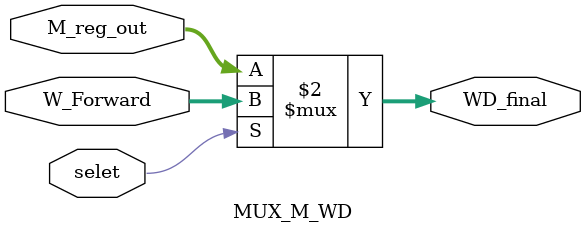
<source format=v>
`timescale 1ns / 1ps
module MUX_M_WD(
    input [31:0] M_reg_out,
    input [31:0] W_Forward,
    input selet,
    output [31:0] WD_final
    );
	
	assign WD_final=(selet==0)?M_reg_out:W_Forward;
	
	/*always @(*)begin
		if(selet==0)begin
			WD_final<=M_reg_out;
		end
		else begin
			WD_final<=W_Forward;
		end
	end*/


endmodule

</source>
